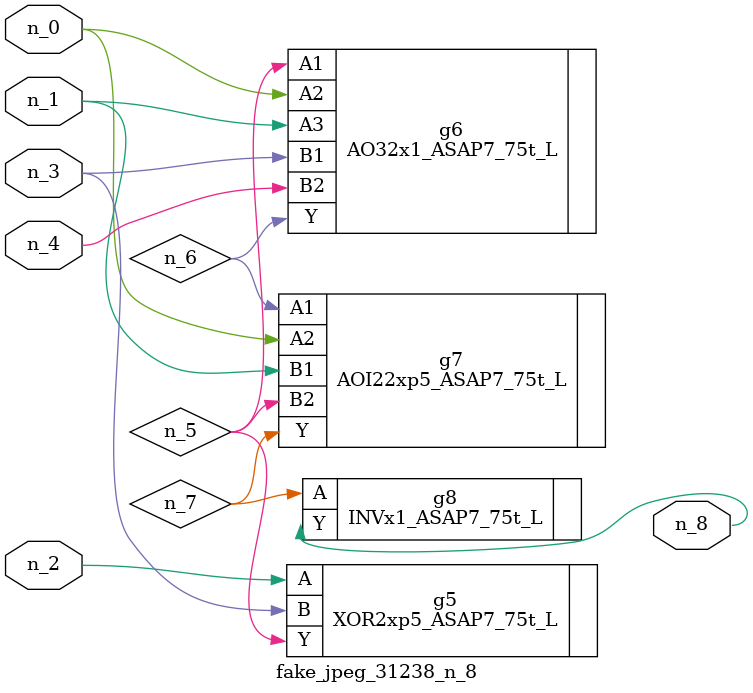
<source format=v>
module fake_jpeg_31238_n_8 (n_3, n_2, n_1, n_0, n_4, n_8);

input n_3;
input n_2;
input n_1;
input n_0;
input n_4;

output n_8;

wire n_6;
wire n_5;
wire n_7;

XOR2xp5_ASAP7_75t_L g5 ( 
.A(n_2),
.B(n_3),
.Y(n_5)
);

AO32x1_ASAP7_75t_L g6 ( 
.A1(n_5),
.A2(n_0),
.A3(n_1),
.B1(n_3),
.B2(n_4),
.Y(n_6)
);

AOI22xp5_ASAP7_75t_L g7 ( 
.A1(n_6),
.A2(n_0),
.B1(n_1),
.B2(n_5),
.Y(n_7)
);

INVx1_ASAP7_75t_L g8 ( 
.A(n_7),
.Y(n_8)
);


endmodule
</source>
